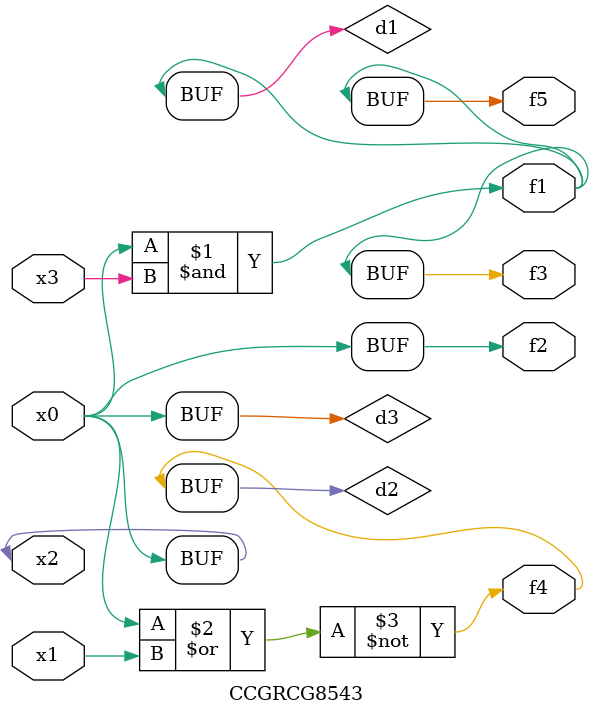
<source format=v>
module CCGRCG8543(
	input x0, x1, x2, x3,
	output f1, f2, f3, f4, f5
);

	wire d1, d2, d3;

	and (d1, x2, x3);
	nor (d2, x0, x1);
	buf (d3, x0, x2);
	assign f1 = d1;
	assign f2 = d3;
	assign f3 = d1;
	assign f4 = d2;
	assign f5 = d1;
endmodule

</source>
